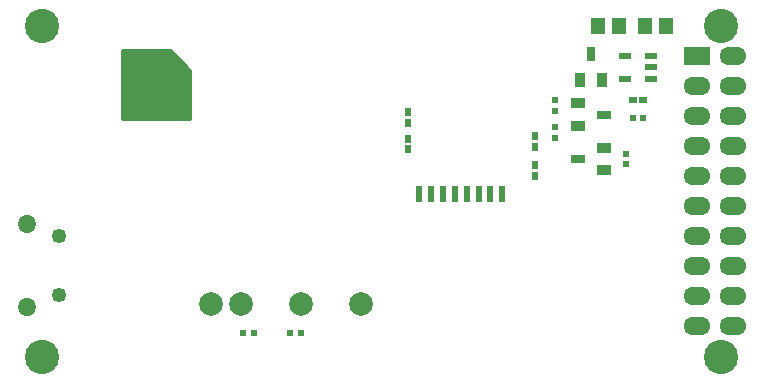
<source format=gbs>
G04 #@! TF.FileFunction,Soldermask,Bot*
%FSLAX46Y46*%
G04 Gerber Fmt 4.6, Leading zero omitted, Abs format (unit mm)*
G04 Created by KiCad (PCBNEW (after 2015-mar-04 BZR unknown)-product) date Tue 07 Apr 2015 10:15:23 PM EDT*
%MOMM*%
G01*
G04 APERTURE LIST*
%ADD10C,0.100000*%
%ADD11R,0.600000X1.450000*%
%ADD12R,2.286000X1.524000*%
%ADD13O,2.286000X1.524000*%
%ADD14C,2.900000*%
%ADD15C,2.000000*%
%ADD16O,1.550000X1.550000*%
%ADD17O,1.250000X1.250000*%
%ADD18R,0.600000X0.650000*%
%ADD19R,1.150000X1.450000*%
%ADD20R,0.650000X0.600000*%
%ADD21R,0.900000X1.300000*%
%ADD22R,0.800000X1.300000*%
%ADD23R,1.300000X0.900000*%
%ADD24R,1.300000X0.800000*%
%ADD25R,0.600000X0.600000*%
%ADD26R,1.100000X0.600000*%
%ADD27C,0.300000*%
G04 APERTURE END LIST*
D10*
D11*
X134500000Y-104250000D03*
X135500000Y-104250000D03*
X136500000Y-104250000D03*
X137500000Y-104250000D03*
X138500000Y-104250000D03*
X139500000Y-104250000D03*
X140500000Y-104250000D03*
X141500000Y-104250000D03*
D12*
X157976000Y-92570000D03*
D13*
X157976000Y-95110000D03*
X157976000Y-97650000D03*
X157976000Y-100190000D03*
X157976000Y-102730000D03*
X157976000Y-105270000D03*
X157976000Y-107810000D03*
X157976000Y-110350000D03*
X157976000Y-112890000D03*
X157976000Y-115430000D03*
X161024000Y-92570000D03*
X161024000Y-95110000D03*
X161024000Y-97650000D03*
X161024000Y-100190000D03*
X161024000Y-102730000D03*
X161024000Y-105270000D03*
X161024000Y-107810000D03*
X161024000Y-110350000D03*
X161024000Y-112890000D03*
X161024000Y-115430000D03*
D14*
X160000000Y-118000000D03*
X160000000Y-90000000D03*
X102500000Y-118000000D03*
X102500000Y-90000000D03*
D15*
X116880000Y-113500000D03*
X119420000Y-113500000D03*
X124500000Y-113500000D03*
X129580000Y-113500000D03*
D16*
X101300000Y-106750000D03*
X101300000Y-113750000D03*
D17*
X104000000Y-107750000D03*
X104000000Y-112750000D03*
D18*
X144250000Y-100200000D03*
X144250000Y-99300000D03*
X144250000Y-102700000D03*
X144250000Y-101800000D03*
X133500000Y-100450000D03*
X133500000Y-99550000D03*
X133500000Y-98200000D03*
X133500000Y-97300000D03*
D19*
X155400000Y-90000000D03*
X153600000Y-90000000D03*
X149600000Y-90000000D03*
X151400000Y-90000000D03*
D20*
X152550000Y-96250000D03*
X153450000Y-96250000D03*
D21*
X149950000Y-94600000D03*
X148050000Y-94600000D03*
D22*
X149000000Y-92400000D03*
D23*
X147900000Y-98450000D03*
X147900000Y-96550000D03*
D24*
X150100000Y-97500000D03*
D23*
X150100000Y-100300000D03*
X150100000Y-102200000D03*
D24*
X147900000Y-101250000D03*
D25*
X146000000Y-96300000D03*
X146000000Y-97200000D03*
X146000000Y-98550000D03*
X146000000Y-99450000D03*
X152550000Y-97750000D03*
X153450000Y-97750000D03*
X152000000Y-100800000D03*
X152000000Y-101700000D03*
D26*
X154100000Y-92550000D03*
X154100000Y-94450000D03*
X154100000Y-93500000D03*
X151900000Y-94450000D03*
X151900000Y-92550000D03*
D25*
X119550000Y-116000000D03*
X120450000Y-116000000D03*
X123550000Y-116000000D03*
X124450000Y-116000000D03*
D27*
G36*
X115100000Y-97850000D02*
X109400000Y-97850000D01*
X109400000Y-92150000D01*
X113437868Y-92150000D01*
X115100000Y-93812132D01*
X115100000Y-97850000D01*
X115100000Y-97850000D01*
G37*
X115100000Y-97850000D02*
X109400000Y-97850000D01*
X109400000Y-92150000D01*
X113437868Y-92150000D01*
X115100000Y-93812132D01*
X115100000Y-97850000D01*
M02*

</source>
